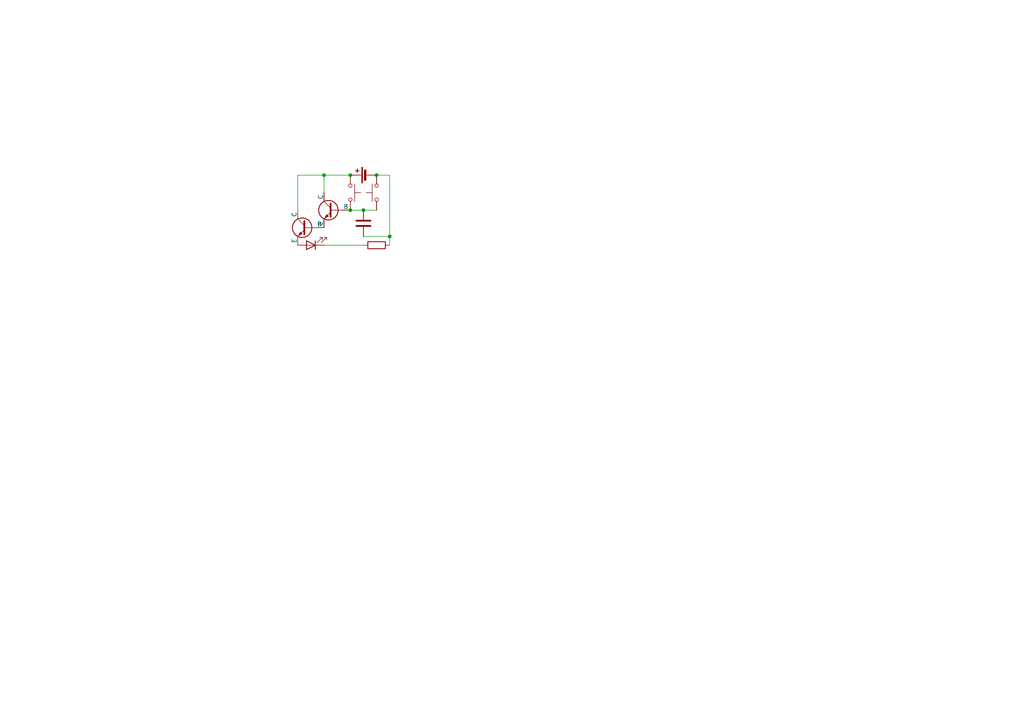
<source format=kicad_sch>
(kicad_sch (version 20231120) (generator "eeschema") (generator_version "8.0")
  (paper "A4")
  (lib_symbols
    (symbol "Device:Battery_Cell" (pin_numbers hide) (pin_names (offset 0) hide)
      (property "Reference" "BT" (at 2.54 2.54 0))
      (property "Value" "Battery_Cell" (at 2.54 0 0))
      (symbol "Battery_Cell_0_1"
        (rectangle (start -2.286 1.778) (end 2.286 1.524) (fill (type outline)))
        (rectangle (start -1.524 1.016) (end 1.524 0.508) (fill (type outline)))
        (polyline (pts (xy 0 0.762) (xy 0 0)))
        (polyline (pts (xy 0 1.778) (xy 0 2.54)))
        (polyline (pts (xy 0.762 3.048) (xy 1.778 3.048)) (stroke (width 0.254)))
        (polyline (pts (xy 1.27 3.556) (xy 1.27 2.54)) (stroke (width 0.254)))
      )
      (symbol "Battery_Cell_1_1"
        (pin passive line (at 0 5.08 270) (length 2.54) (name "+") (number "1"))
        (pin passive line (at 0 -2.54 90) (length 2.54) (name "-") (number "2"))
      )
    )
    (symbol "Device:C" (pin_numbers hide) (pin_names (offset 0.254))
      (property "Reference" "C" (at 0.635 2.54 0))
      (property "Value" "C" (at 0.635 -2.54 0))
      (symbol "C_0_1"
        (polyline (pts (xy -2.032 -0.762) (xy 2.032 -0.762)) (stroke (width 0.508)))
        (polyline (pts (xy -2.032 0.762) (xy 2.032 0.762)) (stroke (width 0.508)))
      )
      (symbol "C_1_1"
        (pin passive line (at 0 3.81 270) (length 2.794) (name "~") (number "1"))
        (pin passive line (at 0 -3.81 90) (length 2.794) (name "~") (number "2"))
      )
    )
    (symbol "Device:LED" (pin_numbers hide) (pin_names (offset 1.016) hide)
      (property "Reference" "D" (at 0 2.54 0))
      (property "Value" "LED" (at 0 -2.54 0))
      (symbol "LED_0_1"
        (polyline (pts (xy -1.27 -1.27) (xy -1.27 1.27)) (stroke (width 0.254)))
        (polyline (pts (xy -1.27 0) (xy 1.27 0)))
        (polyline (pts (xy 1.27 -1.27) (xy 1.27 1.27) (xy -1.27 0) (xy 1.27 -1.27)) (stroke (width 0.254)))
        (polyline (pts (xy -3.048 -0.762) (xy -4.572 -2.286) (xy -3.81 -2.286) (xy -4.572 -2.286) (xy -4.572 -1.524)))
        (polyline (pts (xy -1.778 -0.762) (xy -3.302 -2.286) (xy -2.54 -2.286) (xy -3.302 -2.286) (xy -3.302 -1.524)))
      )
      (symbol "LED_1_1"
        (pin passive line (at -3.81 0 0) (length 2.54) (name "K") (number "1"))
        (pin passive line (at 3.81 0 180) (length 2.54) (name "A") (number "2"))
      )
    )
    (symbol "Device:R" (pin_numbers hide) (pin_names (offset 0))
      (property "Reference" "R" (at 2.032 0 90))
      (property "Value" "R" (at 0 0 90))
      (symbol "R_0_1"
        (rectangle (start -1.016 -2.54) (end 1.016 2.54) (stroke (width 0.254)))
      )
      (symbol "R_1_1"
        (pin passive line (at 0 3.81 270) (length 1.27) (name "~") (number "1"))
        (pin passive line (at 0 -3.81 90) (length 1.27) (name "~") (number "2"))
      )
    )
    (symbol "Simulation_SPICE:NPN" (pin_numbers hide) (pin_names (offset 0))
      (property "Reference" "Q" (at -2.54 7.62 0))
      (property "Value" "NPN" (at -2.54 5.08 0))
      (symbol "NPN_0_1"
        (polyline (pts (xy -2.54 0) (xy 0.635 0)) (stroke (width 0.1524)))
        (polyline (pts (xy 0.635 0.635) (xy 2.54 2.54)))
        (polyline (pts (xy 2.794 -1.27) (xy 2.794 -1.27)) (stroke (width 0.1524)))
        (polyline (pts (xy 2.794 -1.27) (xy 2.794 -1.27)) (stroke (width 0.1524)))
        (polyline (pts (xy 0.635 -0.635) (xy 2.54 -2.54) (xy 2.54 -2.54)))
        (polyline (pts (xy 0.635 1.905) (xy 0.635 -1.905) (xy 0.635 -1.905)) (stroke (width 0.508)))
        (polyline (pts (xy 1.27 -1.778) (xy 1.778 -1.27) (xy 2.286 -2.286) (xy 1.27 -1.778) (xy 1.27 -1.778)) (fill (type outline)))
        (circle (center 1.27 0) (radius 2.8194) (stroke (width 0.254)))
      )
      (symbol "NPN_1_1"
        (pin open_collector line (at 2.54 5.08 270) (length 2.54) (name "C") (number "1"))
        (pin input line (at -5.08 0 0) (length 2.54) (name "B") (number "2"))
        (pin open_emitter line (at 2.54 -5.08 90) (length 2.54) (name "E") (number "3"))
      )
    )
    (symbol "Switch:SW_Push" (pin_numbers hide) (pin_names (offset 1.016) hide)
      (property "Reference" "SW" (at 1.27 2.54 0))
      (property "Value" "SW_Push" (at 0 -1.524 0))
      (symbol "SW_Push_0_1"
        (circle (center -2.032 0) (radius 0.508))
        (polyline (pts (xy 0 1.27) (xy 0 3.048)))
        (polyline (pts (xy 2.54 1.27) (xy -2.54 1.27)))
        (circle (center 2.032 0) (radius 0.508))
        (pin passive line (at -5.08 0 0) (length 2.54) (name "1") (number "1"))
        (pin passive line (at 5.08 0 180) (length 2.54) (name "2") (number "2"))
      )
    )
  )
  (junction (at 93.98 50.8))
  (junction (at 113.03 68.58))
  (junction (at 101.6 60.96))
  (junction (at 105.41 60.96))
  (junction (at 109.22 50.8))
  (junction (at 101.6 50.8))
  (wire (pts (xy 93.98 50.8) (xy 101.6 50.8)))
  (wire (pts (xy 101.6 60.96) (xy 105.41 60.96)))
  (wire (pts (xy 113.03 68.58) (xy 113.03 71.12)))
  (wire (pts (xy 93.98 71.12) (xy 105.41 71.12)))
  (wire (pts (xy 113.03 50.8) (xy 109.22 50.8)))
  (wire (pts (xy 105.41 60.96) (xy 109.22 60.96)))
  (wire (pts (xy 93.98 55.88) (xy 93.98 50.8)))
  (wire (pts (xy 86.36 50.8) (xy 86.36 60.96)))
  (wire (pts (xy 105.41 68.58) (xy 113.03 68.58)))
  (wire (pts (xy 113.03 68.58) (xy 113.03 50.8)))
  (wire (pts (xy 93.98 50.8) (xy 86.36 50.8)))
  (symbol (lib_id "Simulation_SPICE:NPN") (at 88.9 66.04 0) (mirror y) (unit 1)
    (property "Reference" "Q2" (effects (hide yes)))
    (property "Value" "NPN" (effects (hide yes)))
    (property "Footprint" "Package_TO_SOT_THT:TO-92L_HandSolder" (effects (hide yes)))
    (property "Datasheet" "https://ngspice.sourceforge.io/docs/ngspice-html-manual/manual.xhtml#cha_BJTs" (effects (hide yes)))
    (property "Description" "Bipolar transistor symbol for simulation only, substrate tied to the emitter" (effects (hide yes)))
    (property "Sim.Device" "NPN" (effects (hide yes)))
    (property "Sim.Type" "GUMMELPOON" (effects (hide yes)))
    (property "Sim.Pins" "1=C 2=B 3=E" (effects (hide yes)))
  )
  (symbol (lib_id "Device:R") (at 109.22 71.12 90) (unit 1)
    (property "Reference" "R1" (effects (hide yes)))
    (property "Value" "R" (effects (hide yes)))
    (property "Footprint" "Resistor_THT:R_Axial_DIN0207_L6.3mm_D2.5mm_P7.62mm_Horizontal" (effects (hide yes)))
    (property "Description" "Resistor" (effects (hide yes)))
  )
  (symbol (lib_id "Device:Battery_Cell") (at 106.68 50.8 90) (unit 1)
    (property "Reference" "BT1" (effects (hide yes)))
    (property "Value" "Battery_Cell" (effects (hide yes)))
    (property "Footprint" "Battery:BatteryHolder_Keystone_3034_1x20mm" (effects (hide yes)))
    (property "Description" "Single-cell battery" (effects (hide yes)))
  )
  (symbol (lib_id "Switch:SW_Push") (at 101.6 55.88 270) (unit 1)
    (property "Reference" "SW1" (effects (hide yes)))
    (property "Value" "SW_Push" (effects (hide yes)))
    (property "Footprint" "Button_Switch_THT:SW_PUSH_6mm" (effects (hide yes)))
    (property "Description" "Push button switch, generic, two pins" (effects (hide yes)))
  )
  (symbol (lib_id "Device:C") (at 105.41 64.77 0) (unit 1)
    (property "Reference" "C1" (effects (hide yes)))
    (property "Value" "C" (effects (hide yes)))
    (property "Footprint" "Capacitor_THT:C_Disc_D8.0mm_W2.5mm_P5.00mm" (effects (hide yes)))
    (property "Description" "Unpolarized capacitor" (effects (hide yes)))
  )
  (symbol (lib_id "Device:LED") (at 90.17 71.12 180) (unit 1)
    (property "Reference" "D1" (effects (hide yes)))
    (property "Value" "LED" (effects (hide yes)))
    (property "Footprint" "LED_THT:LED_D5.0mm" (effects (hide yes)))
    (property "Description" "Light emitting diode" (effects (hide yes)))
  )
  (symbol (lib_id "Switch:SW_Push") (at 109.22 55.88 90) (unit 1)
    (property "Reference" "SW2" (effects (hide yes)))
    (property "Value" "SW_Push" (effects (hide yes)))
    (property "Footprint" "Button_Switch_THT:SW_PUSH_6mm" (effects (hide yes)))
    (property "Description" "Push button switch, generic, two pins" (effects (hide yes)))
  )
  (symbol (lib_id "Simulation_SPICE:NPN") (at 96.52 60.96 0) (mirror y) (unit 1)
    (property "Reference" "Q1" (effects (hide yes)))
    (property "Value" "NPN" (effects (hide yes)))
    (property "Footprint" "Package_TO_SOT_THT:TO-92L_HandSolder" (effects (hide yes)))
    (property "Datasheet" "https://ngspice.sourceforge.io/docs/ngspice-html-manual/manual.xhtml#cha_BJTs" (effects (hide yes)))
    (property "Description" "Bipolar transistor symbol for simulation only, substrate tied to the emitter" (effects (hide yes)))
    (property "Sim.Device" "NPN" (effects (hide yes)))
    (property "Sim.Type" "GUMMELPOON" (effects (hide yes)))
    (property "Sim.Pins" "1=C 2=B 3=E" (effects (hide yes)))
  )
)
</source>
